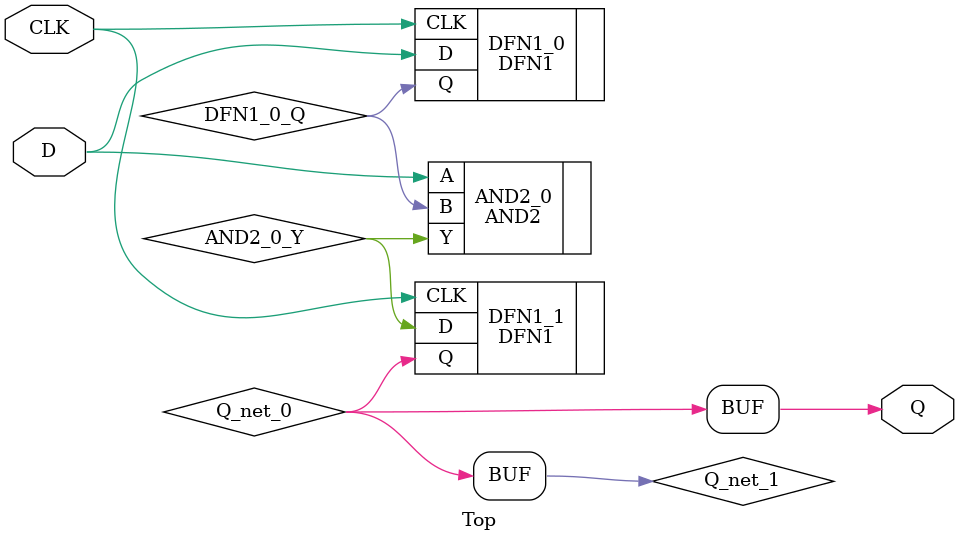
<source format=v>

`timescale 1ns / 100ps

module Top(
    // Inputs
    CLK,
    D,
    // Outputs
    Q
);

//--------------------------------------------------------------------
// Input
//--------------------------------------------------------------------
input  CLK;
input  D;
//--------------------------------------------------------------------
// Output
//--------------------------------------------------------------------
output Q;
//--------------------------------------------------------------------
// Nets
//--------------------------------------------------------------------
wire   AND2_0_Y;
wire   CLK;
wire   D;
wire   DFN1_0_Q;
wire   Q_net_0;
wire   Q_net_1;
//--------------------------------------------------------------------
// Top level output port assignments
//--------------------------------------------------------------------
assign Q_net_1 = Q_net_0;
assign Q       = Q_net_1;
//--------------------------------------------------------------------
// Component instances
//--------------------------------------------------------------------
//--------AND2
AND2 AND2_0(
        // Inputs
        .A ( D ),
        .B ( DFN1_0_Q ),
        // Outputs
        .Y ( AND2_0_Y ) 
        );

//--------DFN1
DFN1 DFN1_0(
        // Inputs
        .D   ( D ),
        .CLK ( CLK ),
        // Outputs
        .Q   ( DFN1_0_Q ) 
        );

//--------DFN1
DFN1 DFN1_1(
        // Inputs
        .D   ( AND2_0_Y ),
        .CLK ( CLK ),
        // Outputs
        .Q   ( Q_net_0 ) 
        );


endmodule

</source>
